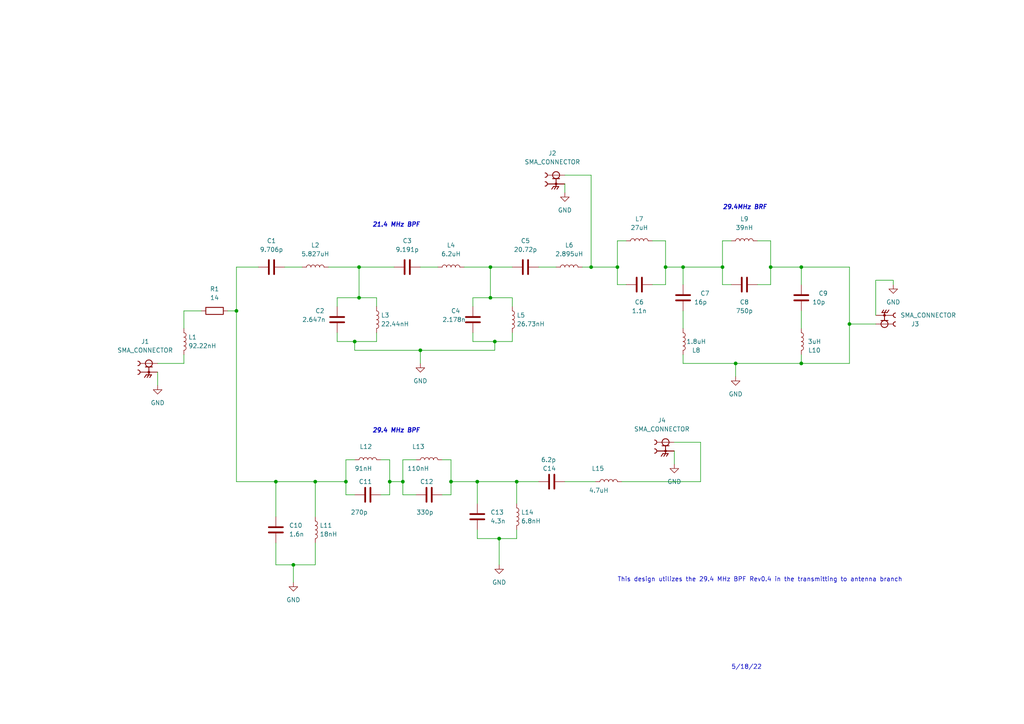
<source format=kicad_sch>
(kicad_sch (version 20211123) (generator eeschema)
  (paper "A4")
  (lib_symbols
    (symbol "Device:C" (pin_numbers hide) (pin_names (offset 0.254))
      (property "Reference" "C" (at 0.635 2.54 0))
      (property "Value" "C" (at 0.635 -2.54 0))
      (symbol "C_0_1"
        (polyline (pts (xy -2.032 -0.762) (xy 2.032 -0.762)) (stroke (width 0.508)))
        (polyline (pts (xy -2.032 0.762) (xy 2.032 0.762)) (stroke (width 0.508)))
      )
      (symbol "C_1_1"
        (pin passive line (at 0 3.81 270) (length 2.794) (name "~") (number "1"))
        (pin passive line (at 0 -3.81 90) (length 2.794) (name "~") (number "2"))
      )
    )
    (symbol "Device:L" (pin_numbers hide) (pin_names (offset 1.016) hide)
      (property "Reference" "L" (at -1.27 0 90))
      (property "Value" "L" (at 1.905 0 90))
      (symbol "L_0_1"
        (arc (start 0 -2.54) (mid 0.635 -1.905) (end 0 -1.27))
        (arc (start 0 -1.27) (mid 0.635 -0.635) (end 0 0))
        (arc (start 0 0) (mid 0.635 0.635) (end 0 1.27))
        (arc (start 0 1.27) (mid 0.635 1.905) (end 0 2.54))
      )
      (symbol "L_1_1"
        (pin passive line (at 0 3.81 270) (length 1.27) (name "1") (number "1"))
        (pin passive line (at 0 -3.81 90) (length 1.27) (name "2") (number "2"))
      )
    )
    (symbol "Device:R" (pin_numbers hide) (pin_names (offset 0))
      (property "Reference" "R" (at 2.032 0 90))
      (property "Value" "R" (at 0 0 90))
      (symbol "R_0_1"
        (rectangle (start -1.016 -2.54) (end 1.016 2.54) (stroke (width 0.254)))
      )
      (symbol "R_1_1"
        (pin passive line (at 0 3.81 270) (length 1.27) (name "~") (number "1"))
        (pin passive line (at 0 -3.81 90) (length 1.27) (name "~") (number "2"))
      )
    )
    (symbol "SMA_CONNECTOR:SMA_CONNECTOR" (pin_numbers hide) (pin_names (offset 1.016) hide)
      (property "Reference" "J" (at -3.81 1.524 0))
      (property "Value" "SMA_CONNECTOR" (at -4.064 -6.858 0))
      (symbol "SMA_CONNECTOR_0_0"
        (arc (start -3.175 -3.175) (mid -2.54 -2.54) (end -3.175 -1.905) (stroke (width 0.254)))
        (arc (start -3.175 -0.635) (mid -2.54 0) (end -3.175 0.635) (stroke (width 0.254)))
        (circle (center 0 -2.54) (radius 0.254) (stroke (width 0.254)))
        (polyline (pts (xy -1.016 -1.016) (xy 0 -1.016)) (stroke (width 0.254)))
        (polyline (pts (xy -0.762 -3.302) (xy -1.27 -4.064)) (stroke (width 0.254)))
        (polyline (pts (xy 0 -3.302) (xy -0.762 -3.302)) (stroke (width 0.254)))
        (polyline (pts (xy 0 -3.302) (xy -0.508 -4.064)) (stroke (width 0.254)))
        (polyline (pts (xy 0 -3.302) (xy 0.762 -3.302)) (stroke (width 0.254)))
        (polyline (pts (xy 0 -1.016) (xy 0 -3.302)) (stroke (width 0.254)))
        (polyline (pts (xy 0 -1.016) (xy 1.016 -1.016)) (stroke (width 0.254)))
        (polyline (pts (xy 0.762 -3.302) (xy 0.254 -4.064)) (stroke (width 0.254)))
        (circle (center 0 0) (radius 1.016) (stroke (width 0.254)))
        (pin passive line (at 2.54 0 180) (length 5.08) (name "~") (number "1"))
        (pin passive line (at 2.54 -2.54 180) (length 5.08) (name "~") (number "G1"))
        (pin passive line (at 2.54 -2.54 180) (length 5.08) (name "~") (number "G2"))
        (pin passive line (at 2.54 -2.54 180) (length 5.08) (name "~") (number "G3"))
        (pin passive line (at 2.54 -2.54 180) (length 5.08) (name "~") (number "G4"))
      )
    )
    (symbol "power:GND" (power) (pin_names (offset 0))
      (property "Value" "GND" (at 0 -3.81 0))
      (symbol "GND_0_1"
        (polyline (pts (xy 0 0) (xy 0 -1.27) (xy 1.27 -1.27) (xy 0 -2.54) (xy -1.27 -1.27) (xy 0 -1.27)))
      )
      (symbol "GND_1_1"
        (pin power_in line (at 0 0 270) (length 0) hide (name "GND") (number "1"))
      )
    )
  )
  (junction (at 80.01 139.7))
  (junction (at 209.55 77.47))
  (junction (at 213.36 105.41))
  (junction (at 91.44 139.7))
  (junction (at 198.12 77.47))
  (junction (at 179.07 77.47))
  (junction (at 193.04 77.47))
  (junction (at 171.45 77.47))
  (junction (at 130.81 139.7))
  (junction (at 149.86 139.7))
  (junction (at 223.52 77.47))
  (junction (at 232.41 105.41))
  (junction (at 144.78 156.21))
  (junction (at 100.33 139.7))
  (junction (at 102.87 99.06))
  (junction (at 232.41 77.47))
  (junction (at 246.38 93.98))
  (junction (at 116.84 139.7))
  (junction (at 138.43 139.7))
  (junction (at 121.92 101.6))
  (junction (at 104.14 86.36))
  (junction (at 143.51 99.06))
  (junction (at 85.09 163.83))
  (junction (at 113.03 139.7))
  (junction (at 104.14 77.47))
  (junction (at 68.58 90.17))
  (junction (at 142.24 86.36))
  (junction (at 142.24 77.47))
  (wire (pts (xy 198.12 77.47) (xy 209.55 77.47)))
  (wire (pts (xy 113.03 133.35) (xy 110.49 133.35)))
  (wire (pts (xy 144.78 156.21) (xy 149.86 156.21)))
  (wire (pts (xy 246.38 93.98) (xy 246.38 105.41)))
  (wire (pts (xy 134.62 77.47) (xy 142.24 77.47)))
  (wire (pts (xy 163.83 50.8) (xy 171.45 50.8)))
  (wire (pts (xy 53.34 105.41) (xy 53.34 102.87)))
  (wire (pts (xy 212.09 82.55) (xy 209.55 82.55)))
  (wire (pts (xy 102.87 99.06) (xy 102.87 101.6)))
  (wire (pts (xy 80.01 139.7) (xy 91.44 139.7)))
  (wire (pts (xy 130.81 139.7) (xy 138.43 139.7)))
  (wire (pts (xy 116.84 133.35) (xy 120.65 133.35)))
  (wire (pts (xy 189.23 82.55) (xy 193.04 82.55)))
  (wire (pts (xy 179.07 69.85) (xy 181.61 69.85)))
  (wire (pts (xy 213.36 105.41) (xy 232.41 105.41)))
  (wire (pts (xy 80.01 139.7) (xy 80.01 149.86)))
  (wire (pts (xy 254 91.44) (xy 254 81.28)))
  (wire (pts (xy 156.21 77.47) (xy 161.29 77.47)))
  (wire (pts (xy 85.09 163.83) (xy 85.09 168.91)))
  (wire (pts (xy 100.33 139.7) (xy 100.33 133.35)))
  (wire (pts (xy 97.79 88.9) (xy 97.79 86.36)))
  (wire (pts (xy 137.16 99.06) (xy 143.51 99.06)))
  (wire (pts (xy 130.81 133.35) (xy 128.27 133.35)))
  (wire (pts (xy 198.12 102.87) (xy 198.12 105.41)))
  (wire (pts (xy 68.58 90.17) (xy 68.58 77.47)))
  (wire (pts (xy 198.12 105.41) (xy 213.36 105.41)))
  (wire (pts (xy 223.52 77.47) (xy 223.52 69.85)))
  (wire (pts (xy 168.91 77.47) (xy 171.45 77.47)))
  (wire (pts (xy 68.58 77.47) (xy 74.93 77.47)))
  (wire (pts (xy 97.79 86.36) (xy 104.14 86.36)))
  (wire (pts (xy 195.58 130.81) (xy 195.58 134.62)))
  (wire (pts (xy 91.44 139.7) (xy 91.44 149.86)))
  (wire (pts (xy 163.83 53.34) (xy 163.83 55.88)))
  (wire (pts (xy 209.55 69.85) (xy 209.55 77.47)))
  (wire (pts (xy 259.08 81.28) (xy 259.08 82.55)))
  (wire (pts (xy 232.41 102.87) (xy 232.41 105.41)))
  (wire (pts (xy 95.25 77.47) (xy 104.14 77.47)))
  (wire (pts (xy 232.41 77.47) (xy 246.38 77.47)))
  (wire (pts (xy 102.87 143.51) (xy 100.33 143.51)))
  (wire (pts (xy 138.43 153.67) (xy 138.43 156.21)))
  (wire (pts (xy 232.41 82.55) (xy 232.41 77.47)))
  (wire (pts (xy 179.07 77.47) (xy 179.07 69.85)))
  (wire (pts (xy 53.34 90.17) (xy 58.42 90.17)))
  (wire (pts (xy 149.86 139.7) (xy 149.86 146.05)))
  (wire (pts (xy 110.49 143.51) (xy 113.03 143.51)))
  (wire (pts (xy 179.07 82.55) (xy 179.07 77.47)))
  (wire (pts (xy 130.81 143.51) (xy 128.27 143.51)))
  (wire (pts (xy 82.55 77.47) (xy 87.63 77.47)))
  (wire (pts (xy 130.81 133.35) (xy 130.81 139.7)))
  (wire (pts (xy 97.79 99.06) (xy 102.87 99.06)))
  (wire (pts (xy 137.16 86.36) (xy 142.24 86.36)))
  (wire (pts (xy 138.43 139.7) (xy 149.86 139.7)))
  (wire (pts (xy 137.16 88.9) (xy 137.16 86.36)))
  (wire (pts (xy 53.34 95.25) (xy 53.34 90.17)))
  (wire (pts (xy 246.38 77.47) (xy 246.38 93.98)))
  (wire (pts (xy 137.16 96.52) (xy 137.16 99.06)))
  (wire (pts (xy 91.44 139.7) (xy 100.33 139.7)))
  (wire (pts (xy 113.03 139.7) (xy 116.84 139.7)))
  (wire (pts (xy 97.79 96.52) (xy 97.79 99.06)))
  (wire (pts (xy 121.92 101.6) (xy 121.92 105.41)))
  (wire (pts (xy 232.41 90.17) (xy 232.41 95.25)))
  (wire (pts (xy 193.04 77.47) (xy 198.12 77.47)))
  (wire (pts (xy 120.65 143.51) (xy 116.84 143.51)))
  (wire (pts (xy 68.58 139.7) (xy 80.01 139.7)))
  (wire (pts (xy 209.55 77.47) (xy 209.55 82.55)))
  (wire (pts (xy 232.41 105.41) (xy 246.38 105.41)))
  (wire (pts (xy 113.03 143.51) (xy 113.03 139.7)))
  (wire (pts (xy 102.87 101.6) (xy 121.92 101.6)))
  (wire (pts (xy 223.52 69.85) (xy 219.71 69.85)))
  (wire (pts (xy 171.45 77.47) (xy 179.07 77.47)))
  (wire (pts (xy 143.51 99.06) (xy 148.59 99.06)))
  (wire (pts (xy 232.41 77.47) (xy 223.52 77.47)))
  (wire (pts (xy 66.04 90.17) (xy 68.58 90.17)))
  (wire (pts (xy 198.12 77.47) (xy 198.12 82.55)))
  (wire (pts (xy 100.33 143.51) (xy 100.33 139.7)))
  (wire (pts (xy 198.12 90.17) (xy 198.12 95.25)))
  (wire (pts (xy 85.09 163.83) (xy 91.44 163.83)))
  (wire (pts (xy 116.84 139.7) (xy 116.84 133.35)))
  (wire (pts (xy 223.52 82.55) (xy 223.52 77.47)))
  (wire (pts (xy 68.58 90.17) (xy 68.58 139.7)))
  (wire (pts (xy 180.34 139.7) (xy 203.2 139.7)))
  (wire (pts (xy 45.72 107.95) (xy 45.72 111.76)))
  (wire (pts (xy 100.33 133.35) (xy 102.87 133.35)))
  (wire (pts (xy 130.81 139.7) (xy 130.81 143.51)))
  (wire (pts (xy 116.84 143.51) (xy 116.84 139.7)))
  (wire (pts (xy 148.59 99.06) (xy 148.59 96.52)))
  (wire (pts (xy 149.86 156.21) (xy 149.86 153.67)))
  (wire (pts (xy 213.36 105.41) (xy 213.36 109.22)))
  (wire (pts (xy 209.55 69.85) (xy 212.09 69.85)))
  (wire (pts (xy 102.87 99.06) (xy 109.22 99.06)))
  (wire (pts (xy 203.2 139.7) (xy 203.2 128.27)))
  (wire (pts (xy 142.24 77.47) (xy 142.24 86.36)))
  (wire (pts (xy 148.59 86.36) (xy 148.59 88.9)))
  (wire (pts (xy 163.83 139.7) (xy 172.72 139.7)))
  (wire (pts (xy 91.44 163.83) (xy 91.44 157.48)))
  (wire (pts (xy 121.92 101.6) (xy 143.51 101.6)))
  (wire (pts (xy 104.14 77.47) (xy 104.14 86.36)))
  (wire (pts (xy 143.51 101.6) (xy 143.51 99.06)))
  (wire (pts (xy 149.86 139.7) (xy 156.21 139.7)))
  (wire (pts (xy 171.45 50.8) (xy 171.45 77.47)))
  (wire (pts (xy 193.04 82.55) (xy 193.04 77.47)))
  (wire (pts (xy 219.71 82.55) (xy 223.52 82.55)))
  (wire (pts (xy 121.92 77.47) (xy 127 77.47)))
  (wire (pts (xy 181.61 82.55) (xy 179.07 82.55)))
  (wire (pts (xy 193.04 77.47) (xy 193.04 69.85)))
  (wire (pts (xy 246.38 93.98) (xy 254 93.98)))
  (wire (pts (xy 80.01 163.83) (xy 85.09 163.83)))
  (wire (pts (xy 80.01 157.48) (xy 80.01 163.83)))
  (wire (pts (xy 104.14 77.47) (xy 114.3 77.47)))
  (wire (pts (xy 113.03 139.7) (xy 113.03 133.35)))
  (wire (pts (xy 138.43 156.21) (xy 144.78 156.21)))
  (wire (pts (xy 142.24 86.36) (xy 148.59 86.36)))
  (wire (pts (xy 254 81.28) (xy 259.08 81.28)))
  (wire (pts (xy 109.22 86.36) (xy 109.22 88.9)))
  (wire (pts (xy 142.24 77.47) (xy 148.59 77.47)))
  (wire (pts (xy 203.2 128.27) (xy 195.58 128.27)))
  (wire (pts (xy 193.04 69.85) (xy 189.23 69.85)))
  (wire (pts (xy 104.14 86.36) (xy 109.22 86.36)))
  (wire (pts (xy 45.72 105.41) (xy 53.34 105.41)))
  (wire (pts (xy 138.43 139.7) (xy 138.43 146.05)))
  (wire (pts (xy 109.22 99.06) (xy 109.22 96.52)))
  (wire (pts (xy 144.78 156.21) (xy 144.78 163.83)))
  (text "21.4 MHz BPF" (at 107.95 66.04 0) (effects (font (size 1.27 1.27) (thickness 0.254) bold italic) (justify left bottom)))
  (text "5/18/22" (at 212.09 194.31 0) (effects (font (size 1.27 1.27)) (justify left bottom)))
  (text "This design utilizes the 29.4 MHz BPF Rev0.4 in the transmitting to antenna branch\n" (at 179.07 168.91 0) (effects (font (size 1.27 1.27)) (justify left bottom)))
  (text "29.4 MHz BPF" (at 107.95 125.73 0) (effects (font (size 1.27 1.27) (thickness 0.254) bold italic) (justify left bottom)))
  (text "29.4MHz BRF" (at 209.55 60.96 0) (effects (font (size 1.27 1.27) (thickness 0.254) bold italic) (justify left bottom)))
  (symbol (lib_id "Device:L") (at 91.44 77.47 90) (unit 1)
    (property "Reference" "L2" (at 91.44 71.12 90))
    (property "Value" "5.827uH" (at 91.44 73.66 90))
    (property "Footprint" "Inductor_SMD:L_0805_2012Metric_Pad1.15x1.40mm_HandSolder" (effects hide))
  )
  (symbol (lib_id "Device:L") (at 198.12 99.06 0) (unit 1)
    (property "Reference" "L8" (at 201.93 101.6 0))
    (property "Value" "1.8uH" (at 201.93 99.06 0))
    (property "Footprint" "Inductor_SMD:L_0805_2012Metric_Pad1.15x1.40mm_HandSolder" (effects hide))
  )
  (symbol (lib_id "Device:L") (at 176.53 139.7 90) (unit 1)
    (property "Reference" "L15" (at 175.26 135.89 90) (effects (justify left)))
    (property "Value" "4.7uH" (at 176.53 142.24 90) (effects (justify left)))
  )
  (symbol (lib_id "SMA_CONNECTOR:SMA_CONNECTOR") (at 43.18 105.41 0) (unit 1)
    (property "Reference" "J1" (at 42.1005 99.06 0))
    (property "Value" "SMA_CONNECTOR" (at 42.1005 101.6 0))
    (property "Footprint" "SMA_CONNECTOR:LPRS_SMA_CONNECTOR" (effects hide))
    (property "PARTREV" "1.3" (effects hide))
    (property "MANUFACTURER" "LPRS" (effects hide))
    (property "MAXIMUM_PACKAGE_HEIGHT" "8.3 mm" (effects hide))
    (property "STANDARD" "Manufacturer Recommendations" (effects hide))
  )
  (symbol (lib_id "Device:L") (at 109.22 92.71 0) (unit 1)
    (property "Reference" "L3" (at 110.49 91.4399 0) (effects (justify left)))
    (property "Value" "22.44nH" (at 110.49 93.9799 0) (effects (justify left)))
    (property "Footprint" "Inductor_SMD:L_0805_2012Metric_Pad1.15x1.40mm_HandSolder" (effects hide))
  )
  (symbol (lib_id "SMA_CONNECTOR:SMA_CONNECTOR") (at 193.04 128.27 0) (unit 1)
    (property "Reference" "J4" (at 191.9605 121.92 0))
    (property "Value" "SMA_CONNECTOR" (at 191.9605 124.46 0))
    (property "Footprint" "SMA_CONNECTOR:LPRS_SMA_CONNECTOR" (effects hide))
    (property "PARTREV" "1.3" (effects hide))
    (property "MANUFACTURER" "LPRS" (effects hide))
    (property "MAXIMUM_PACKAGE_HEIGHT" "8.3 mm" (effects hide))
    (property "STANDARD" "Manufacturer Recommendations" (effects hide))
  )
  (symbol (lib_id "Device:L") (at 124.46 133.35 90) (unit 1)
    (property "Reference" "L13" (at 123.19 129.54 90) (effects (justify left)))
    (property "Value" "110nH" (at 124.46 135.89 90) (effects (justify left)))
  )
  (symbol (lib_id "Device:L") (at 165.1 77.47 90) (unit 1)
    (property "Reference" "L6" (at 165.1 71.12 90))
    (property "Value" "2.895uH" (at 165.1 73.66 90))
    (property "Footprint" "Inductor_SMD:L_0805_2012Metric_Pad1.15x1.40mm_HandSolder" (effects hide))
  )
  (symbol (lib_id "power:GND") (at 45.72 111.76 0) (unit 1)
    (property "Reference" "#PWR?" (effects hide))
    (property "Value" "GND" (at 45.72 116.84 0))
  )
  (symbol (lib_id "Device:C") (at 215.9 82.55 270) (unit 1)
    (property "Reference" "C8" (at 215.9 87.63 90))
    (property "Value" "750p" (at 215.9 90.17 90))
    (property "Footprint" "Capacitor_SMD:C_0805_2012Metric_Pad1.18x1.45mm_HandSolder" (effects hide))
  )
  (symbol (lib_id "power:GND") (at 163.83 55.88 0) (unit 1)
    (property "Reference" "#PWR?" (effects hide))
    (property "Value" "GND" (at 163.83 60.96 0))
  )
  (symbol (lib_id "Device:L") (at 232.41 99.06 0) (unit 1)
    (property "Reference" "L10" (at 236.22 101.6 0))
    (property "Value" "3uH" (at 236.22 99.06 0))
    (property "Footprint" "Inductor_SMD:L_0805_2012Metric_Pad1.15x1.40mm_HandSolder" (effects hide))
  )
  (symbol (lib_id "power:GND") (at 259.08 82.55 0) (unit 1)
    (property "Reference" "#PWR?" (effects hide))
    (property "Value" "GND" (at 259.08 87.63 0))
  )
  (symbol (lib_id "Device:C") (at 124.46 143.51 90) (unit 1)
    (property "Reference" "C12" (at 125.73 139.7001 90) (effects (justify left)))
    (property "Value" "330p" (at 125.73 148.59 90) (effects (justify left)))
  )
  (symbol (lib_id "power:GND") (at 121.92 105.41 0) (unit 1)
    (property "Reference" "#PWR?" (effects hide))
    (property "Value" "GND" (at 121.92 110.49 0))
  )
  (symbol (lib_id "Device:L") (at 149.86 149.86 0) (unit 1)
    (property "Reference" "L14" (at 151.13 148.5899 0) (effects (justify left)))
    (property "Value" "6.8nH" (at 151.13 151.1299 0) (effects (justify left)))
  )
  (symbol (lib_id "Device:C") (at 137.16 92.71 180) (unit 1)
    (property "Reference" "C4" (at 130.81 90.17 0) (effects (justify right)))
    (property "Value" "2.178n" (at 128.27 92.71 0) (effects (justify right)))
    (property "Footprint" "Capacitor_SMD:C_0805_2012Metric_Pad1.18x1.45mm_HandSolder" (effects hide))
  )
  (symbol (lib_id "SMA_CONNECTOR:SMA_CONNECTOR") (at 161.29 50.8 0) (unit 1)
    (property "Reference" "J2" (at 160.2105 44.45 0))
    (property "Value" "SMA_CONNECTOR" (at 160.2105 46.99 0))
    (property "Footprint" "SMA_CONNECTOR:LPRS_SMA_CONNECTOR" (effects hide))
    (property "PARTREV" "1.3" (effects hide))
    (property "MANUFACTURER" "LPRS" (effects hide))
    (property "MAXIMUM_PACKAGE_HEIGHT" "8.3 mm" (effects hide))
    (property "STANDARD" "Manufacturer Recommendations" (effects hide))
  )
  (symbol (lib_id "Device:L") (at 215.9 69.85 90) (unit 1)
    (property "Reference" "L9" (at 215.9 63.5 90))
    (property "Value" "39nH" (at 215.9 66.04 90))
    (property "Footprint" "Inductor_SMD:L_0805_2012Metric_Pad1.15x1.40mm_HandSolder" (effects hide))
  )
  (symbol (lib_id "Device:L") (at 148.59 92.71 0) (unit 1)
    (property "Reference" "L5" (at 149.86 91.4399 0) (effects (justify left)))
    (property "Value" "26.73nH" (at 149.86 93.9799 0) (effects (justify left)))
    (property "Footprint" "Inductor_SMD:L_0805_2012Metric_Pad1.15x1.40mm_HandSolder" (effects hide))
  )
  (symbol (lib_id "Device:C") (at 78.74 77.47 90) (unit 1)
    (property "Reference" "C1" (at 78.74 69.85 90))
    (property "Value" "9.706p" (at 78.74 72.39 90))
    (property "Footprint" "Capacitor_SMD:C_0805_2012Metric_Pad1.18x1.45mm_HandSolder" (effects hide))
  )
  (symbol (lib_id "Device:L") (at 106.68 133.35 90) (unit 1)
    (property "Reference" "L12" (at 107.95 129.54 90) (effects (justify left)))
    (property "Value" "91nH" (at 107.95 135.89 90) (effects (justify left)))
  )
  (symbol (lib_id "power:GND") (at 85.09 168.91 0) (unit 1)
    (property "Reference" "#PWR?" (effects hide))
    (property "Value" "GND" (at 85.09 173.99 0))
  )
  (symbol (lib_id "Device:C") (at 118.11 77.47 90) (unit 1)
    (property "Reference" "C3" (at 118.11 69.85 90))
    (property "Value" "9.191p" (at 118.11 72.39 90))
    (property "Footprint" "Capacitor_SMD:C_0805_2012Metric_Pad1.18x1.45mm_HandSolder" (effects hide))
  )
  (symbol (lib_id "Device:C") (at 106.68 143.51 90) (unit 1)
    (property "Reference" "C11" (at 107.95 139.7001 90) (effects (justify left)))
    (property "Value" "270p" (at 106.68 148.59 90) (effects (justify left)))
  )
  (symbol (lib_id "Device:C") (at 160.02 139.7 90) (unit 1)
    (property "Reference" "C14" (at 161.29 135.8901 90) (effects (justify left)))
    (property "Value" "6.2p" (at 161.29 133.3501 90) (effects (justify left)))
  )
  (symbol (lib_id "Device:C") (at 232.41 86.36 0) (unit 1)
    (property "Reference" "C9" (at 238.76 85.09 0))
    (property "Value" "10p" (at 237.49 87.63 0))
    (property "Footprint" "Capacitor_SMD:C_0805_2012Metric_Pad1.18x1.45mm_HandSolder" (effects hide))
  )
  (symbol (lib_id "Device:L") (at 130.81 77.47 90) (unit 1)
    (property "Reference" "L4" (at 130.81 71.12 90))
    (property "Value" "6.2uH" (at 130.81 73.66 90))
    (property "Footprint" "Inductor_SMD:L_0805_2012Metric_Pad1.15x1.40mm_HandSolder" (effects hide))
  )
  (symbol (lib_id "power:GND") (at 213.36 109.22 0) (unit 1)
    (property "Reference" "#PWR?" (effects hide))
    (property "Value" "GND" (at 213.36 114.3 0))
  )
  (symbol (lib_id "Device:C") (at 80.01 153.67 0) (unit 1)
    (property "Reference" "C10" (at 83.82 152.3999 0) (effects (justify left)))
    (property "Value" "1.6n" (at 83.82 154.9399 0) (effects (justify left)))
  )
  (symbol (lib_id "Device:C") (at 138.43 149.86 0) (unit 1)
    (property "Reference" "C13" (at 142.24 148.5899 0) (effects (justify left)))
    (property "Value" "4.3n" (at 142.24 151.1299 0) (effects (justify left)))
  )
  (symbol (lib_id "Device:C") (at 97.79 92.71 180) (unit 1)
    (property "Reference" "C2" (at 91.44 90.17 0) (effects (justify right)))
    (property "Value" "2.647n" (at 87.63 92.71 0) (effects (justify right)))
    (property "Footprint" "Capacitor_SMD:C_0805_2012Metric_Pad1.18x1.45mm_HandSolder" (effects hide))
  )
  (symbol (lib_id "power:GND") (at 144.78 163.83 0) (unit 1)
    (property "Reference" "#PWR?" (effects hide))
    (property "Value" "GND" (at 144.78 168.91 0))
  )
  (symbol (lib_id "Device:L") (at 53.34 99.06 0) (unit 1)
    (property "Reference" "L1" (at 54.61 97.7899 0) (effects (justify left)))
    (property "Value" "92.22nH" (at 54.61 100.3299 0) (effects (justify left)))
    (property "Footprint" "Inductor_SMD:L_0805_2012Metric_Pad1.15x1.40mm_HandSolder" (effects hide))
  )
  (symbol (lib_id "Device:C") (at 152.4 77.47 90) (unit 1)
    (property "Reference" "C5" (at 152.4 69.85 90))
    (property "Value" "20.72p" (at 152.4 72.39 90))
    (property "Footprint" "Capacitor_SMD:C_0805_2012Metric_Pad1.18x1.45mm_HandSolder" (effects hide))
  )
  (symbol (lib_id "SMA_CONNECTOR:SMA_CONNECTOR") (at 256.54 93.98 180) (unit 1)
    (property "Reference" "J3" (at 265.43 93.98 0))
    (property "Value" "SMA_CONNECTOR" (at 269.24 91.44 0))
    (property "Footprint" "SMA_CONNECTOR:LPRS_SMA_CONNECTOR" (effects hide))
    (property "PARTREV" "1.3" (effects hide))
    (property "MANUFACTURER" "LPRS" (effects hide))
    (property "MAXIMUM_PACKAGE_HEIGHT" "8.3 mm" (effects hide))
    (property "STANDARD" "Manufacturer Recommendations" (effects hide))
  )
  (symbol (lib_id "Device:L") (at 185.42 69.85 90) (unit 1)
    (property "Reference" "L7" (at 185.42 63.5 90))
    (property "Value" "27uH" (at 185.42 66.04 90))
    (property "Footprint" "Inductor_SMD:L_0805_2012Metric_Pad1.15x1.40mm_HandSolder" (effects hide))
  )
  (symbol (lib_id "Device:R") (at 62.23 90.17 90) (unit 1)
    (property "Reference" "R1" (at 62.23 83.82 90))
    (property "Value" "14" (at 62.23 86.36 90))
    (property "Footprint" "Resistor_SMD:R_0805_2012Metric_Pad1.20x1.40mm_HandSolder" (effects hide))
  )
  (symbol (lib_id "Device:C") (at 198.12 86.36 0) (unit 1)
    (property "Reference" "C7" (at 204.47 85.09 0))
    (property "Value" "16p" (at 203.2 87.63 0))
    (property "Footprint" "Capacitor_SMD:C_0805_2012Metric_Pad1.18x1.45mm_HandSolder" (effects hide))
  )
  (symbol (lib_id "Device:C") (at 185.42 82.55 270) (unit 1)
    (property "Reference" "C6" (at 185.42 87.63 90))
    (property "Value" "1.1n" (at 185.42 90.17 90))
    (property "Footprint" "Capacitor_SMD:C_0805_2012Metric_Pad1.18x1.45mm_HandSolder" (effects hide))
  )
  (symbol (lib_id "Device:L") (at 91.44 153.67 0) (unit 1)
    (property "Reference" "L11" (at 92.71 152.3999 0) (effects (justify left)))
    (property "Value" "18nH" (at 92.71 154.9399 0) (effects (justify left)))
  )
  (symbol (lib_id "power:GND") (at 195.58 134.62 0) (unit 1)
    (property "Reference" "#PWR?" (effects hide))
    (property "Value" "GND" (at 195.58 139.7 0))
  )
)
</source>
